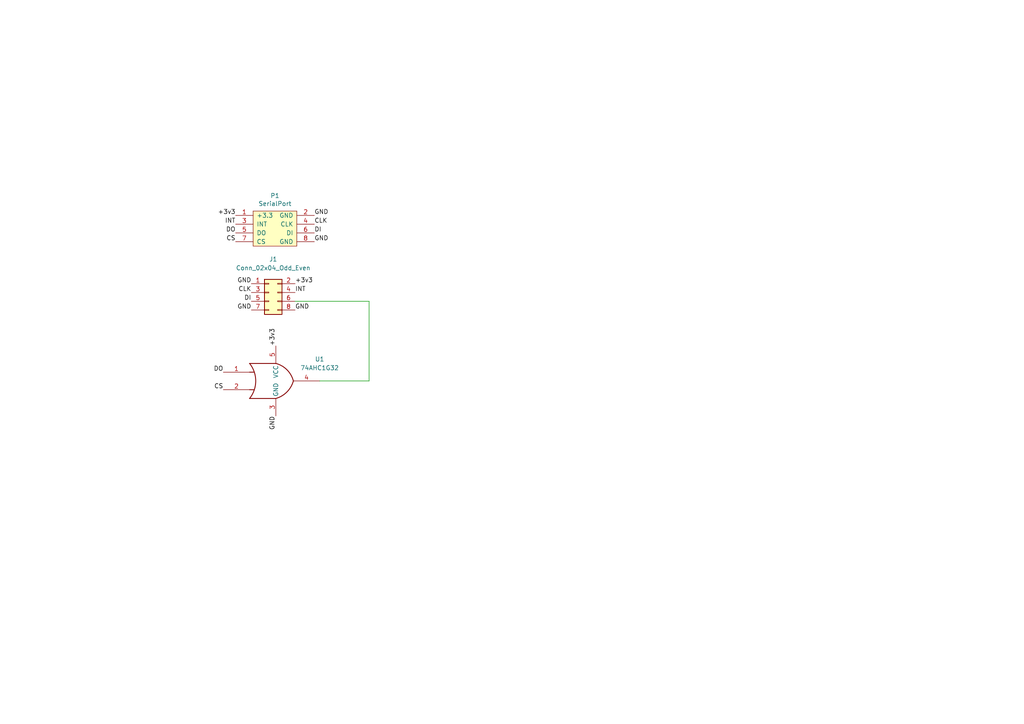
<source format=kicad_sch>
(kicad_sch
	(version 20231120)
	(generator "eeschema")
	(generator_version "8.0")
	(uuid "ebadd2a5-21ab-4a7e-b5bc-6f737367e560")
	(paper "A4")
	(lib_symbols
		(symbol "74xGxx:74AHC1G32"
			(exclude_from_sim no)
			(in_bom yes)
			(on_board yes)
			(property "Reference" "U"
				(at -2.54 3.81 0)
				(effects
					(font
						(size 1.27 1.27)
					)
				)
			)
			(property "Value" "74AHC1G32"
				(at 0 -3.81 0)
				(effects
					(font
						(size 1.27 1.27)
					)
				)
			)
			(property "Footprint" ""
				(at 0 0 0)
				(effects
					(font
						(size 1.27 1.27)
					)
					(hide yes)
				)
			)
			(property "Datasheet" "http://www.ti.com/lit/sg/scyt129e/scyt129e.pdf"
				(at 0 0 0)
				(effects
					(font
						(size 1.27 1.27)
					)
					(hide yes)
				)
			)
			(property "Description" "Single OR Gate, Low-Voltage CMOS"
				(at 0 0 0)
				(effects
					(font
						(size 1.27 1.27)
					)
					(hide yes)
				)
			)
			(property "ki_keywords" "Single Gate OR LVC CMOS"
				(at 0 0 0)
				(effects
					(font
						(size 1.27 1.27)
					)
					(hide yes)
				)
			)
			(property "ki_fp_filters" "SOT* SG-*"
				(at 0 0 0)
				(effects
					(font
						(size 1.27 1.27)
					)
					(hide yes)
				)
			)
			(symbol "74AHC1G32_0_1"
				(arc
					(start -7.62 -5.08)
					(mid -5.838 0)
					(end -7.62 5.08)
					(stroke
						(width 0.254)
						(type default)
					)
					(fill
						(type none)
					)
				)
				(arc
					(start 0 -5.08)
					(mid 3.1986 -3.2054)
					(end 5.08 0)
					(stroke
						(width 0.254)
						(type default)
					)
					(fill
						(type none)
					)
				)
				(polyline
					(pts
						(xy -7.62 -2.54) (xy -6.35 -2.54)
					)
					(stroke
						(width 0.254)
						(type default)
					)
					(fill
						(type background)
					)
				)
				(polyline
					(pts
						(xy -7.62 2.54) (xy -6.35 2.54)
					)
					(stroke
						(width 0.254)
						(type default)
					)
					(fill
						(type background)
					)
				)
				(polyline
					(pts
						(xy 0 -5.08) (xy -7.62 -5.08)
					)
					(stroke
						(width 0.254)
						(type default)
					)
					(fill
						(type background)
					)
				)
				(polyline
					(pts
						(xy 0 5.08) (xy -7.62 5.08)
					)
					(stroke
						(width 0.254)
						(type default)
					)
					(fill
						(type background)
					)
				)
				(arc
					(start 5.08 0)
					(mid 3.2238 3.2304)
					(end 0 5.08)
					(stroke
						(width 0.254)
						(type default)
					)
					(fill
						(type none)
					)
				)
			)
			(symbol "74AHC1G32_1_1"
				(pin input line
					(at -15.24 2.54 0)
					(length 7.62)
					(name "~"
						(effects
							(font
								(size 1.27 1.27)
							)
						)
					)
					(number "1"
						(effects
							(font
								(size 1.27 1.27)
							)
						)
					)
				)
				(pin input line
					(at -15.24 -2.54 0)
					(length 7.62)
					(name "~"
						(effects
							(font
								(size 1.27 1.27)
							)
						)
					)
					(number "2"
						(effects
							(font
								(size 1.27 1.27)
							)
						)
					)
				)
				(pin power_in line
					(at 0 -10.16 90)
					(length 5.08)
					(name "GND"
						(effects
							(font
								(size 1.27 1.27)
							)
						)
					)
					(number "3"
						(effects
							(font
								(size 1.27 1.27)
							)
						)
					)
				)
				(pin output line
					(at 12.7 0 180)
					(length 7.62)
					(name "~"
						(effects
							(font
								(size 1.27 1.27)
							)
						)
					)
					(number "4"
						(effects
							(font
								(size 1.27 1.27)
							)
						)
					)
				)
				(pin power_in line
					(at 0 10.16 270)
					(length 5.08)
					(name "VCC"
						(effects
							(font
								(size 1.27 1.27)
							)
						)
					)
					(number "5"
						(effects
							(font
								(size 1.27 1.27)
							)
						)
					)
				)
			)
		)
		(symbol "Connector_Generic:Conn_02x04_Odd_Even"
			(pin_names
				(offset 1.016) hide)
			(exclude_from_sim no)
			(in_bom yes)
			(on_board yes)
			(property "Reference" "J"
				(at 1.27 5.08 0)
				(effects
					(font
						(size 1.27 1.27)
					)
				)
			)
			(property "Value" "Conn_02x04_Odd_Even"
				(at 1.27 -7.62 0)
				(effects
					(font
						(size 1.27 1.27)
					)
				)
			)
			(property "Footprint" ""
				(at 0 0 0)
				(effects
					(font
						(size 1.27 1.27)
					)
					(hide yes)
				)
			)
			(property "Datasheet" "~"
				(at 0 0 0)
				(effects
					(font
						(size 1.27 1.27)
					)
					(hide yes)
				)
			)
			(property "Description" "Generic connector, double row, 02x04, odd/even pin numbering scheme (row 1 odd numbers, row 2 even numbers), script generated (kicad-library-utils/schlib/autogen/connector/)"
				(at 0 0 0)
				(effects
					(font
						(size 1.27 1.27)
					)
					(hide yes)
				)
			)
			(property "ki_keywords" "connector"
				(at 0 0 0)
				(effects
					(font
						(size 1.27 1.27)
					)
					(hide yes)
				)
			)
			(property "ki_fp_filters" "Connector*:*_2x??_*"
				(at 0 0 0)
				(effects
					(font
						(size 1.27 1.27)
					)
					(hide yes)
				)
			)
			(symbol "Conn_02x04_Odd_Even_1_1"
				(rectangle
					(start -1.27 -4.953)
					(end 0 -5.207)
					(stroke
						(width 0.1524)
						(type default)
					)
					(fill
						(type none)
					)
				)
				(rectangle
					(start -1.27 -2.413)
					(end 0 -2.667)
					(stroke
						(width 0.1524)
						(type default)
					)
					(fill
						(type none)
					)
				)
				(rectangle
					(start -1.27 0.127)
					(end 0 -0.127)
					(stroke
						(width 0.1524)
						(type default)
					)
					(fill
						(type none)
					)
				)
				(rectangle
					(start -1.27 2.667)
					(end 0 2.413)
					(stroke
						(width 0.1524)
						(type default)
					)
					(fill
						(type none)
					)
				)
				(rectangle
					(start -1.27 3.81)
					(end 3.81 -6.35)
					(stroke
						(width 0.254)
						(type default)
					)
					(fill
						(type background)
					)
				)
				(rectangle
					(start 3.81 -4.953)
					(end 2.54 -5.207)
					(stroke
						(width 0.1524)
						(type default)
					)
					(fill
						(type none)
					)
				)
				(rectangle
					(start 3.81 -2.413)
					(end 2.54 -2.667)
					(stroke
						(width 0.1524)
						(type default)
					)
					(fill
						(type none)
					)
				)
				(rectangle
					(start 3.81 0.127)
					(end 2.54 -0.127)
					(stroke
						(width 0.1524)
						(type default)
					)
					(fill
						(type none)
					)
				)
				(rectangle
					(start 3.81 2.667)
					(end 2.54 2.413)
					(stroke
						(width 0.1524)
						(type default)
					)
					(fill
						(type none)
					)
				)
				(pin passive line
					(at -5.08 2.54 0)
					(length 3.81)
					(name "Pin_1"
						(effects
							(font
								(size 1.27 1.27)
							)
						)
					)
					(number "1"
						(effects
							(font
								(size 1.27 1.27)
							)
						)
					)
				)
				(pin passive line
					(at 7.62 2.54 180)
					(length 3.81)
					(name "Pin_2"
						(effects
							(font
								(size 1.27 1.27)
							)
						)
					)
					(number "2"
						(effects
							(font
								(size 1.27 1.27)
							)
						)
					)
				)
				(pin passive line
					(at -5.08 0 0)
					(length 3.81)
					(name "Pin_3"
						(effects
							(font
								(size 1.27 1.27)
							)
						)
					)
					(number "3"
						(effects
							(font
								(size 1.27 1.27)
							)
						)
					)
				)
				(pin passive line
					(at 7.62 0 180)
					(length 3.81)
					(name "Pin_4"
						(effects
							(font
								(size 1.27 1.27)
							)
						)
					)
					(number "4"
						(effects
							(font
								(size 1.27 1.27)
							)
						)
					)
				)
				(pin passive line
					(at -5.08 -2.54 0)
					(length 3.81)
					(name "Pin_5"
						(effects
							(font
								(size 1.27 1.27)
							)
						)
					)
					(number "5"
						(effects
							(font
								(size 1.27 1.27)
							)
						)
					)
				)
				(pin passive line
					(at 7.62 -2.54 180)
					(length 3.81)
					(name "Pin_6"
						(effects
							(font
								(size 1.27 1.27)
							)
						)
					)
					(number "6"
						(effects
							(font
								(size 1.27 1.27)
							)
						)
					)
				)
				(pin passive line
					(at -5.08 -5.08 0)
					(length 3.81)
					(name "Pin_7"
						(effects
							(font
								(size 1.27 1.27)
							)
						)
					)
					(number "7"
						(effects
							(font
								(size 1.27 1.27)
							)
						)
					)
				)
				(pin passive line
					(at 7.62 -5.08 180)
					(length 3.81)
					(name "Pin_8"
						(effects
							(font
								(size 1.27 1.27)
							)
						)
					)
					(number "8"
						(effects
							(font
								(size 1.27 1.27)
							)
						)
					)
				)
			)
		)
		(symbol "gc_sp2:SerialPort"
			(pin_names
				(offset 1.016)
			)
			(exclude_from_sim no)
			(in_bom yes)
			(on_board yes)
			(property "Reference" "P"
				(at -6.35 5.08 0)
				(effects
					(font
						(size 1.27 1.27)
					)
				)
			)
			(property "Value" "SerialPort"
				(at 0 5.08 0)
				(effects
					(font
						(size 1.27 1.27)
					)
				)
			)
			(property "Footprint" ""
				(at 0 0 0)
				(effects
					(font
						(size 1.27 1.27)
					)
					(hide yes)
				)
			)
			(property "Datasheet" ""
				(at 0 0 0)
				(effects
					(font
						(size 1.27 1.27)
					)
					(hide yes)
				)
			)
			(property "Description" ""
				(at 0 0 0)
				(effects
					(font
						(size 1.27 1.27)
					)
					(hide yes)
				)
			)
			(symbol "SerialPort_0_1"
				(rectangle
					(start -6.35 2.54)
					(end 6.35 -7.62)
					(stroke
						(width 0)
						(type default)
					)
					(fill
						(type background)
					)
				)
			)
			(symbol "SerialPort_1_1"
				(pin bidirectional line
					(at -11.43 1.27 0)
					(length 5.08)
					(name "+3.3"
						(effects
							(font
								(size 1.27 1.27)
							)
						)
					)
					(number "1"
						(effects
							(font
								(size 1.27 1.27)
							)
						)
					)
				)
				(pin bidirectional line
					(at 11.43 1.27 180)
					(length 5.08)
					(name "GND"
						(effects
							(font
								(size 1.27 1.27)
							)
						)
					)
					(number "2"
						(effects
							(font
								(size 1.27 1.27)
							)
						)
					)
				)
				(pin bidirectional line
					(at -11.43 -1.27 0)
					(length 5.08)
					(name "INT"
						(effects
							(font
								(size 1.27 1.27)
							)
						)
					)
					(number "3"
						(effects
							(font
								(size 1.27 1.27)
							)
						)
					)
				)
				(pin bidirectional line
					(at 11.43 -1.27 180)
					(length 5.08)
					(name "CLK"
						(effects
							(font
								(size 1.27 1.27)
							)
						)
					)
					(number "4"
						(effects
							(font
								(size 1.27 1.27)
							)
						)
					)
				)
				(pin bidirectional line
					(at -11.43 -3.81 0)
					(length 5.08)
					(name "DO"
						(effects
							(font
								(size 1.27 1.27)
							)
						)
					)
					(number "5"
						(effects
							(font
								(size 1.27 1.27)
							)
						)
					)
				)
				(pin bidirectional line
					(at 11.43 -3.81 180)
					(length 5.08)
					(name "DI"
						(effects
							(font
								(size 1.27 1.27)
							)
						)
					)
					(number "6"
						(effects
							(font
								(size 1.27 1.27)
							)
						)
					)
				)
				(pin bidirectional line
					(at -11.43 -6.35 0)
					(length 5.08)
					(name "CS"
						(effects
							(font
								(size 1.27 1.27)
							)
						)
					)
					(number "7"
						(effects
							(font
								(size 1.27 1.27)
							)
						)
					)
				)
				(pin bidirectional line
					(at 11.43 -6.35 180)
					(length 5.08)
					(name "GND"
						(effects
							(font
								(size 1.27 1.27)
							)
						)
					)
					(number "8"
						(effects
							(font
								(size 1.27 1.27)
							)
						)
					)
				)
			)
		)
	)
	(wire
		(pts
			(xy 107.0504 87.376) (xy 107.0504 110.49)
		)
		(stroke
			(width 0)
			(type default)
		)
		(uuid "2ec02991-b7c4-4618-bafe-5a535f7c1bb0")
	)
	(wire
		(pts
			(xy 107.0504 110.49) (xy 92.71 110.49)
		)
		(stroke
			(width 0)
			(type default)
		)
		(uuid "728d700b-2fa2-40d5-a9ab-01d9188b16c9")
	)
	(wire
		(pts
			(xy 107.0504 87.376) (xy 85.598 87.376)
		)
		(stroke
			(width 0)
			(type default)
		)
		(uuid "8065a609-3ded-4ac6-b232-0ab28fb686ad")
	)
	(label "GND"
		(at 80.01 120.65 270)
		(fields_autoplaced yes)
		(effects
			(font
				(size 1.27 1.27)
			)
			(justify right bottom)
		)
		(uuid "14dfd913-2b24-4de0-a3a7-5f57ed164b44")
	)
	(label "INT"
		(at 85.598 84.836 0)
		(fields_autoplaced yes)
		(effects
			(font
				(size 1.27 1.27)
			)
			(justify left bottom)
		)
		(uuid "2ca9969b-4abc-40e8-bccc-9587d15bb2fb")
	)
	(label "DO"
		(at 64.77 107.95 180)
		(fields_autoplaced yes)
		(effects
			(font
				(size 1.27 1.27)
			)
			(justify right bottom)
		)
		(uuid "3848cc0d-62ce-4ef9-9a3e-38cc60d628a1")
	)
	(label "INT"
		(at 68.326 65.024 180)
		(fields_autoplaced yes)
		(effects
			(font
				(size 1.27 1.27)
			)
			(justify right bottom)
		)
		(uuid "3f003416-5886-4fab-8d68-d5e3c74762fe")
	)
	(label "+3v3"
		(at 80.01 100.33 90)
		(fields_autoplaced yes)
		(effects
			(font
				(size 1.27 1.27)
			)
			(justify left bottom)
		)
		(uuid "41e82432-f1fe-41cc-b68b-ca06e4d7675a")
	)
	(label "GND"
		(at 72.898 82.296 180)
		(fields_autoplaced yes)
		(effects
			(font
				(size 1.27 1.27)
			)
			(justify right bottom)
		)
		(uuid "43870284-74a3-4633-8ade-0b057c3d5f72")
	)
	(label "GND"
		(at 72.898 89.916 180)
		(fields_autoplaced yes)
		(effects
			(font
				(size 1.27 1.27)
			)
			(justify right bottom)
		)
		(uuid "4982224b-7107-4ee5-aa6a-ac7e0c80cc52")
	)
	(label "+3v3"
		(at 68.326 62.484 180)
		(fields_autoplaced yes)
		(effects
			(font
				(size 1.27 1.27)
			)
			(justify right bottom)
		)
		(uuid "5bd887a4-acc2-49ae-8f92-0a9de18525c5")
	)
	(label "CLK"
		(at 91.186 65.024 0)
		(fields_autoplaced yes)
		(effects
			(font
				(size 1.27 1.27)
			)
			(justify left bottom)
		)
		(uuid "619edde3-999c-4ba9-966f-46bc0fc15f4b")
	)
	(label "GND"
		(at 85.598 89.916 0)
		(fields_autoplaced yes)
		(effects
			(font
				(size 1.27 1.27)
			)
			(justify left bottom)
		)
		(uuid "67495463-576b-4e62-a2f4-cde54b68c5a6")
	)
	(label "GND"
		(at 91.186 62.484 0)
		(fields_autoplaced yes)
		(effects
			(font
				(size 1.27 1.27)
			)
			(justify left bottom)
		)
		(uuid "7a95256c-5561-4de1-94d7-1a51f8049dc5")
	)
	(label "+3v3"
		(at 85.598 82.296 0)
		(fields_autoplaced yes)
		(effects
			(font
				(size 1.27 1.27)
			)
			(justify left bottom)
		)
		(uuid "9cbdb96d-16c5-4edd-8a8c-3fddc80d3d10")
	)
	(label "DI"
		(at 91.186 67.564 0)
		(fields_autoplaced yes)
		(effects
			(font
				(size 1.27 1.27)
			)
			(justify left bottom)
		)
		(uuid "9ed8db00-1408-48f6-b92c-9a38c1f4963c")
	)
	(label "GND"
		(at 91.186 70.104 0)
		(fields_autoplaced yes)
		(effects
			(font
				(size 1.27 1.27)
			)
			(justify left bottom)
		)
		(uuid "bcf569a9-8f9e-4c5a-85f3-8cb24d1b463e")
	)
	(label "CS"
		(at 68.326 70.104 180)
		(fields_autoplaced yes)
		(effects
			(font
				(size 1.27 1.27)
			)
			(justify right bottom)
		)
		(uuid "c34a91e0-de14-48f3-ac50-157c540eaefe")
	)
	(label "CS"
		(at 64.77 113.03 180)
		(fields_autoplaced yes)
		(effects
			(font
				(size 1.27 1.27)
			)
			(justify right bottom)
		)
		(uuid "c43339cc-754a-4363-b357-3ce800026898")
	)
	(label "CLK"
		(at 72.898 84.836 180)
		(fields_autoplaced yes)
		(effects
			(font
				(size 1.27 1.27)
			)
			(justify right bottom)
		)
		(uuid "dcde300b-bd8a-4d7e-88b9-eac43e9a5bb3")
	)
	(label "DO"
		(at 68.326 67.564 180)
		(fields_autoplaced yes)
		(effects
			(font
				(size 1.27 1.27)
			)
			(justify right bottom)
		)
		(uuid "fcb562ae-e2d3-4ddb-9b0a-50e1de40d8fc")
	)
	(label "DI"
		(at 72.898 87.376 180)
		(fields_autoplaced yes)
		(effects
			(font
				(size 1.27 1.27)
			)
			(justify right bottom)
		)
		(uuid "fde21ba8-b870-4583-b052-44534eefdc24")
	)
	(symbol
		(lib_id "gc_sp2:SerialPort")
		(at 79.756 63.754 0)
		(unit 1)
		(exclude_from_sim no)
		(in_bom yes)
		(on_board yes)
		(dnp no)
		(uuid "00000000-0000-0000-0000-00005bb384ee")
		(property "Reference" "P1"
			(at 79.756 56.769 0)
			(effects
				(font
					(size 1.27 1.27)
				)
			)
		)
		(property "Value" "SerialPort"
			(at 79.756 59.0804 0)
			(effects
				(font
					(size 1.27 1.27)
				)
			)
		)
		(property "Footprint" "gc_sp2:SP2_FootPrint"
			(at 79.756 63.754 0)
			(effects
				(font
					(size 1.27 1.27)
				)
				(hide yes)
			)
		)
		(property "Datasheet" ""
			(at 79.756 63.754 0)
			(effects
				(font
					(size 1.27 1.27)
				)
				(hide yes)
			)
		)
		(property "Description" ""
			(at 79.756 63.754 0)
			(effects
				(font
					(size 1.27 1.27)
				)
				(hide yes)
			)
		)
		(pin "1"
			(uuid "958df038-6a8f-4864-86ee-b0a557ddd3fc")
		)
		(pin "2"
			(uuid "8a3c4457-d556-4ea3-9b77-55afc48d2d38")
		)
		(pin "3"
			(uuid "6b8368e6-e2d6-4a93-96a2-0152e2cea5aa")
		)
		(pin "4"
			(uuid "b9a8ff4c-342a-4f44-bfb4-1b1895e9679b")
		)
		(pin "5"
			(uuid "29941c34-ddd5-4a9c-bdef-5bf81398f604")
		)
		(pin "6"
			(uuid "a54bb4a4-64bd-4fc7-8376-db68e860606d")
		)
		(pin "7"
			(uuid "6324f539-5157-429d-ad08-999e5f3ad633")
		)
		(pin "8"
			(uuid "905fabdb-8ed0-4155-a223-e7e5bd968fe5")
		)
		(instances
			(project ""
				(path "/ebadd2a5-21ab-4a7e-b5bc-6f737367e560"
					(reference "P1")
					(unit 1)
				)
			)
		)
	)
	(symbol
		(lib_id "74xGxx:74AHC1G32")
		(at 80.01 110.49 0)
		(unit 1)
		(exclude_from_sim no)
		(in_bom yes)
		(on_board yes)
		(dnp no)
		(fields_autoplaced yes)
		(uuid "161599b4-1663-4229-aea2-9df84fa7d0fd")
		(property "Reference" "U1"
			(at 92.71 104.1714 0)
			(effects
				(font
					(size 1.27 1.27)
				)
			)
		)
		(property "Value" "74AHC1G32"
			(at 92.71 106.7114 0)
			(effects
				(font
					(size 1.27 1.27)
				)
			)
		)
		(property "Footprint" "Package_TO_SOT_SMD:SC-74A-5_1.55x2.9mm_P0.95mm"
			(at 80.01 110.49 0)
			(effects
				(font
					(size 1.27 1.27)
				)
				(hide yes)
			)
		)
		(property "Datasheet" "http://www.ti.com/lit/sg/scyt129e/scyt129e.pdf"
			(at 80.01 110.49 0)
			(effects
				(font
					(size 1.27 1.27)
				)
				(hide yes)
			)
		)
		(property "Description" "Single OR Gate, Low-Voltage CMOS"
			(at 80.01 110.49 0)
			(effects
				(font
					(size 1.27 1.27)
				)
				(hide yes)
			)
		)
		(pin "5"
			(uuid "60b58f8d-f0d4-4e20-b7e1-2fe5d78a70cb")
		)
		(pin "1"
			(uuid "5ce7df49-ff35-41c0-ac43-f9283717784b")
		)
		(pin "3"
			(uuid "0845e6d2-76cf-4c9b-bbe0-df31dbfa98a9")
		)
		(pin "2"
			(uuid "47846304-cb63-45f8-a8e7-9422918bd6e0")
		)
		(pin "4"
			(uuid "ca183401-4cf3-4124-8a51-688a5a099634")
		)
		(instances
			(project "Gamecube_SD2SP2PRO"
				(path "/ebadd2a5-21ab-4a7e-b5bc-6f737367e560"
					(reference "U1")
					(unit 1)
				)
			)
		)
	)
	(symbol
		(lib_id "Connector_Generic:Conn_02x04_Odd_Even")
		(at 77.978 84.836 0)
		(unit 1)
		(exclude_from_sim no)
		(in_bom yes)
		(on_board yes)
		(dnp no)
		(fields_autoplaced yes)
		(uuid "c13cb299-c112-4746-b939-055f3bcd5f66")
		(property "Reference" "J1"
			(at 79.248 75.184 0)
			(effects
				(font
					(size 1.27 1.27)
				)
			)
		)
		(property "Value" "Conn_02x04_Odd_Even"
			(at 79.248 77.724 0)
			(effects
				(font
					(size 1.27 1.27)
				)
			)
		)
		(property "Footprint" "Connector_PinHeader_2.54mm:PinHeader_2x04_P2.54mm_Horizontal"
			(at 77.978 84.836 0)
			(effects
				(font
					(size 1.27 1.27)
				)
				(hide yes)
			)
		)
		(property "Datasheet" "~"
			(at 77.978 84.836 0)
			(effects
				(font
					(size 1.27 1.27)
				)
				(hide yes)
			)
		)
		(property "Description" ""
			(at 77.978 84.836 0)
			(effects
				(font
					(size 1.27 1.27)
				)
				(hide yes)
			)
		)
		(property "LCSC Part" "C492432"
			(at 77.978 84.836 0)
			(effects
				(font
					(size 1.27 1.27)
				)
				(hide yes)
			)
		)
		(pin "1"
			(uuid "f9eea97b-b5c5-4fb3-a982-71d4c003a44e")
		)
		(pin "2"
			(uuid "fb4d994e-c8cb-4eab-a568-76e6853b4efc")
		)
		(pin "3"
			(uuid "12e14c89-b5b0-49fa-8e97-1611fc97e092")
		)
		(pin "4"
			(uuid "9c497e2c-fb11-4a31-9789-3f114eb5df67")
		)
		(pin "5"
			(uuid "f88362d2-4cb0-4f5f-872f-1848d7137873")
		)
		(pin "6"
			(uuid "583090cd-1918-4408-aee0-1b204613cfe4")
		)
		(pin "7"
			(uuid "83d87f61-1f49-4ebf-9b72-0d35038e0022")
		)
		(pin "8"
			(uuid "0f9c162f-8efc-4fe4-8fd8-0bbc6b69fa1d")
		)
		(instances
			(project ""
				(path "/ebadd2a5-21ab-4a7e-b5bc-6f737367e560"
					(reference "J1")
					(unit 1)
				)
			)
		)
	)
	(sheet_instances
		(path "/"
			(page "1")
		)
	)
)

</source>
